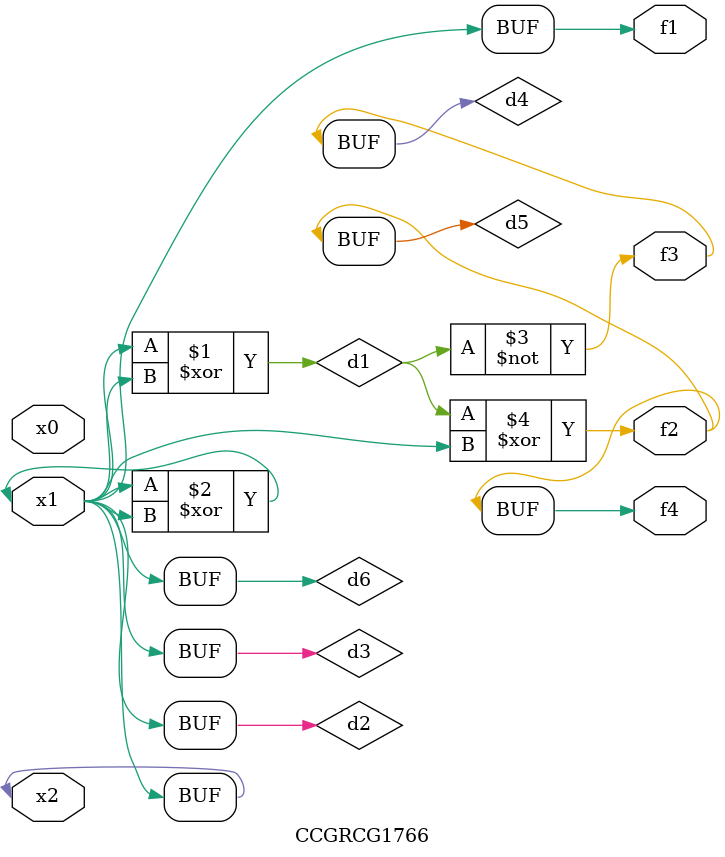
<source format=v>
module CCGRCG1766(
	input x0, x1, x2,
	output f1, f2, f3, f4
);

	wire d1, d2, d3, d4, d5, d6;

	xor (d1, x1, x2);
	buf (d2, x1, x2);
	xor (d3, x1, x2);
	nor (d4, d1);
	xor (d5, d1, d2);
	buf (d6, d2, d3);
	assign f1 = d6;
	assign f2 = d5;
	assign f3 = d4;
	assign f4 = d5;
endmodule

</source>
